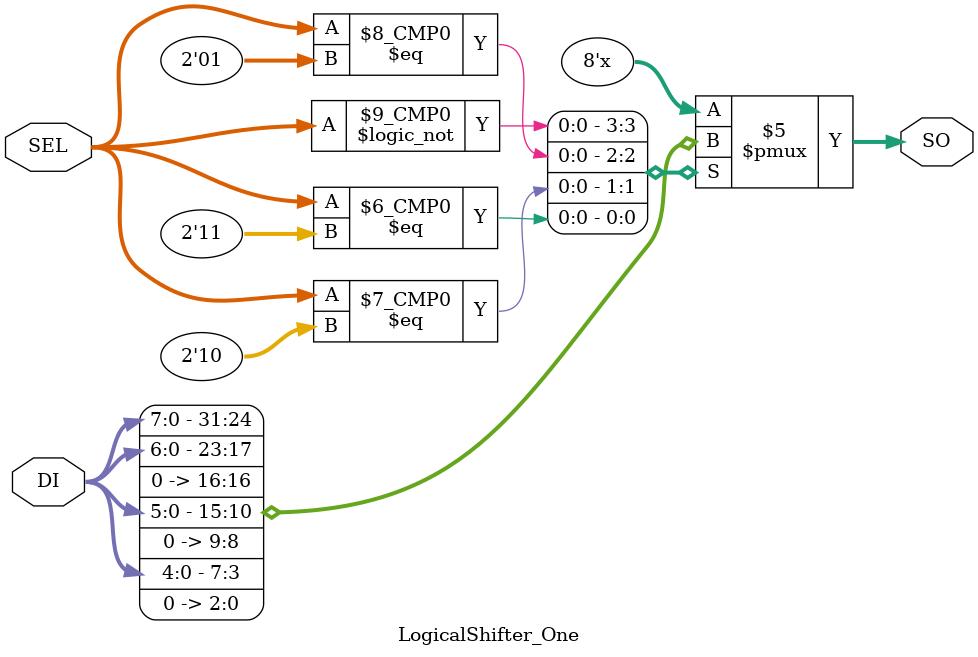
<source format=v>
`timescale 1ns / 1ps

module LogicalShifter_One(  //Barrel Shifter
    input [7:0] DI,
    input [1:0] SEL,
    output [7:0] SO
    );
	 
	 reg [7:0] SO;
	 
	 always @ (DI or SO) begin
		case (SEL)
			2'b00: SO = DI;
			2'b01: SO = DI << 1;
			2'b10: SO = DI << 2;
			2'b11: SO = DI << 3;
		endcase
	 end
endmodule

</source>
